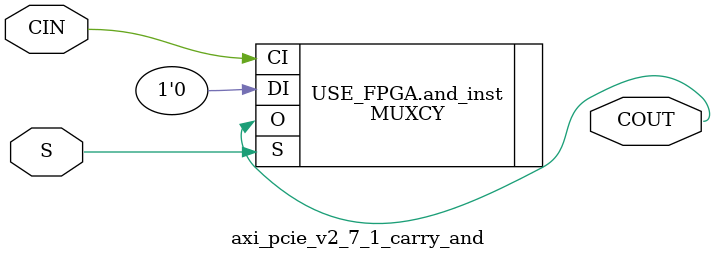
<source format=v>
`timescale 1ns/100ps


module axi_pcie_v2_7_1_carry_and #
  (
   parameter         C_FAMILY                         = "virtex7"
                       // FPGA Family. Current version: virtex6 or spartan6.
   )
  (
   input  wire        CIN,
   input  wire        S,
   output wire        COUT
   );
  
  
  /////////////////////////////////////////////////////////////////////////////
  // Variables for generating parameter controlled instances.
  /////////////////////////////////////////////////////////////////////////////
  
  
  /////////////////////////////////////////////////////////////////////////////
  // Local params
  /////////////////////////////////////////////////////////////////////////////
  
  
  /////////////////////////////////////////////////////////////////////////////
  // Functions
  /////////////////////////////////////////////////////////////////////////////
  
  
  /////////////////////////////////////////////////////////////////////////////
  // Internal signals
  /////////////////////////////////////////////////////////////////////////////

  
  /////////////////////////////////////////////////////////////////////////////
  // Instantiate or use RTL code
  /////////////////////////////////////////////////////////////////////////////
  
  generate
    if ( C_FAMILY == "rtl" ) begin : USE_RTL
      assign COUT = CIN & S;
      
    end else begin : USE_FPGA
      MUXCY and_inst 
      (
       .O (COUT), 
       .CI (CIN), 
       .DI (1'b0), 
       .S (S)
      ); 
      
    end
  endgenerate
  
  
endmodule

</source>
